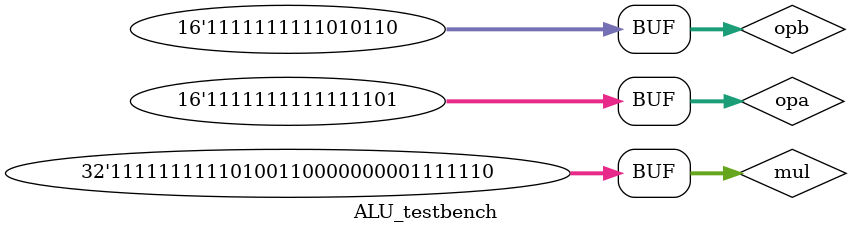
<source format=v>
`timescale 1ns / 1ps
module ALU_testbench(
    );
/*
ALU uut(

);*/
reg [31:0] mul;
reg [15:0] opa,opb;

initial begin
	opa = 16'b1000000000000000;
	opb = 16'b1000000000000000;
	opa=-3;
	opb=-42;
	#32
	 mul = opa*opb;

end

endmodule

</source>
